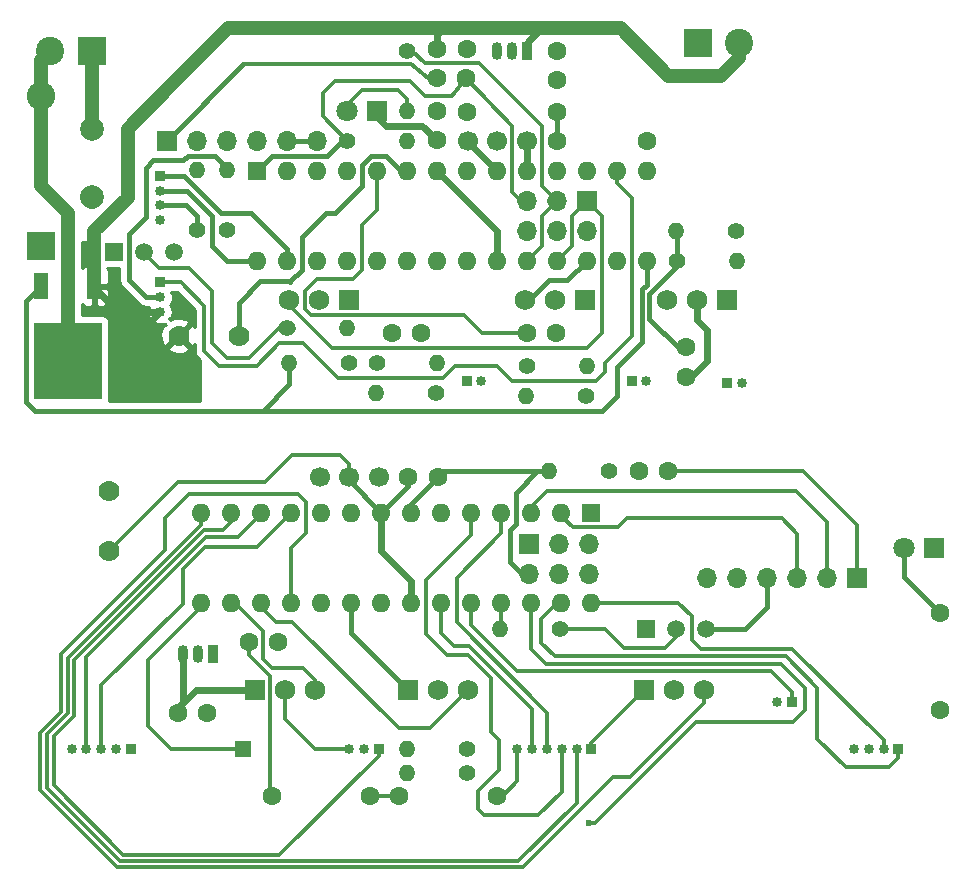
<source format=gbl>
%MOIN*%
%OFA0B0*%
%FSLAX46Y46*%
%IPPOS*%
%LPD*%
%ADD10C,0.0039370078740157488*%
%ADD11R,0.062992125984251982X0.062992125984251982*%
%ADD12O,0.062992125984251982X0.062992125984251982*%
%ADD13R,0.094488188976377951X0.094488188976377951*%
%ADD14C,0.094488188976377951*%
%ADD15C,0.066929133858267723*%
%ADD16O,0.094488188976377951X0.094488188976377951*%
%ADD17C,0.068897637795275593*%
%ADD18R,0.068897637795275593X0.068897637795275593*%
%ADD19C,0.07*%
%ADD20C,0.055118110236220472*%
%ADD21O,0.055118110236220472X0.055118110236220472*%
%ADD22C,0.062992125984251982*%
%ADD23R,0.070866141732283464X0.070866141732283464*%
%ADD24C,0.070866141732283464*%
%ADD25R,0.033464566929133861X0.033464566929133861*%
%ADD26C,0.033464566929133861*%
%ADD27O,0.035433070866141732X0.059055118110236227*%
%ADD28R,0.035433070866141732X0.059055118110236227*%
%ADD29R,0.066929133858267723X0.066929133858267723*%
%ADD30O,0.066929133858267723X0.066929133858267723*%
%ADD31C,0.07874015748031496*%
%ADD32R,0.047244094488188976X0.086614173228346469*%
%ADD33R,0.2283464566929134X0.25196850393700793*%
%ADD34R,0.10826771653543307X0.12007874015748031*%
%ADD35C,0.059842519685039376*%
%ADD36R,0.059842519685039376X0.059842519685039376*%
%ADD37C,0.012000000000000002*%
%ADD38C,0.016*%
%ADD39C,0.024000000000000004*%
%ADD40C,0.047244094488188976*%
%ADD41C,0.08*%
%ADD42C,0.01*%
%ADD53C,0.0039370078740157488*%
%ADD54R,0.066929133858267723X0.066929133858267723*%
%ADD55O,0.066929133858267723X0.066929133858267723*%
%ADD56C,0.055118110236220472*%
%ADD57O,0.055118110236220472X0.055118110236220472*%
%ADD58C,0.068897637795275593*%
%ADD59R,0.068897637795275593X0.068897637795275593*%
%ADD60C,0.07*%
%ADD61R,0.062992125984251982X0.062992125984251982*%
%ADD62O,0.062992125984251982X0.062992125984251982*%
%ADD63C,0.062992125984251982*%
%ADD64C,0.066929133858267723*%
%ADD65R,0.070866141732283464X0.070866141732283464*%
%ADD66C,0.070866141732283464*%
%ADD67R,0.033464566929133861X0.033464566929133861*%
%ADD68C,0.033464566929133861*%
%ADD69O,0.035433070866141732X0.059055118110236227*%
%ADD70R,0.035433070866141732X0.059055118110236227*%
%ADD71R,0.053149606299212608X0.053149606299212608*%
%ADD72C,0.059842519685039376*%
%ADD73R,0.059842519685039376X0.059842519685039376*%
%ADD74C,0.023622047244094488*%
%ADD75C,0.012000000000000002*%
%ADD76C,0.024000000000000004*%
%ADD77C,0.016*%
%LPD*%
G01*
D10*
D11*
X-0001456614Y0006274212D02*
X0000813385Y0002399212D03*
D12*
X0002113385Y0002099212D03*
X0000913385Y0002399212D03*
X0002013385Y0002099212D03*
X0001013385Y0002399212D03*
X0001913385Y0002099212D03*
X0001113385Y0002399212D03*
X0001813385Y0002099212D03*
X0001213385Y0002399212D03*
X0001713385Y0002099212D03*
X0001313385Y0002399212D03*
X0001613385Y0002099212D03*
X0001413385Y0002399212D03*
X0001513385Y0002099212D03*
X0001513385Y0002399212D03*
X0001413385Y0002099212D03*
X0001613385Y0002399212D03*
X0001313385Y0002099212D03*
X0001713385Y0002399212D03*
X0001213385Y0002099212D03*
X0001813385Y0002399212D03*
X0001113385Y0002099212D03*
X0001913385Y0002399212D03*
X0001013385Y0002099212D03*
X0002013385Y0002399212D03*
X0000913385Y0002099212D03*
X0002113385Y0002399212D03*
X0000813385Y0002099212D03*
D13*
X0002283464Y0002824212D03*
D14*
X0002421259Y0002824212D03*
D13*
X0000263385Y0002799212D03*
D14*
X0000125590Y0002799212D03*
D15*
X0001713385Y0002499212D03*
X0001614960Y0002499212D03*
X0001516535Y0002499212D03*
D13*
X0000093385Y0002149212D03*
D16*
X0000093385Y0002649212D03*
D17*
X0002181889Y0001968504D03*
X0002281889Y0001968504D03*
D18*
X0002381889Y0001968504D03*
D19*
X0000553385Y0001849212D03*
X0000753385Y0001849212D03*
D20*
X0002214960Y0002099212D03*
D21*
X0002414960Y0002099212D03*
D20*
X0001714960Y0001749212D03*
D21*
X0001914960Y0001749212D03*
D20*
X0002411810Y0002199212D03*
D21*
X0002211810Y0002199212D03*
D20*
X0001911810Y0001649212D03*
D21*
X0001711810Y0001649212D03*
D22*
X0001813385Y0002799212D03*
X0001813385Y0002700787D03*
X0001513385Y0002804212D03*
X0001414960Y0002804212D03*
X0001713385Y0001859212D03*
X0001811810Y0001859212D03*
X0002244094Y0001811023D03*
X0002244094Y0001712598D03*
D23*
X0001213385Y0002599212D03*
D24*
X0001113385Y0002599212D03*
D25*
X0002381889Y0001692913D03*
D26*
X0002431102Y0001692913D03*
D27*
X0001663385Y0002799212D03*
X0001613385Y0002799212D03*
D28*
X0001713385Y0002799212D03*
D25*
X0000492125Y0002381889D03*
D26*
X0000492125Y0002332677D03*
X0000492125Y0002283464D03*
X0000492125Y0002234252D03*
D22*
X0001413385Y0002599212D03*
X0001413385Y0002500787D03*
X0001413385Y0002709212D03*
X0001511810Y0002709212D03*
D20*
X0001114960Y0002499212D03*
D21*
X0001314960Y0002499212D03*
D22*
X0001263385Y0001859212D03*
X0001361810Y0001859212D03*
D20*
X0001411810Y0001659212D03*
D21*
X0001211810Y0001659212D03*
D20*
X0001214960Y0001759212D03*
D21*
X0001414960Y0001759212D03*
D17*
X0001709448Y0001968504D03*
X0001809448Y0001968504D03*
D18*
X0001909448Y0001968504D03*
D17*
X0000922047Y0001968504D03*
X0001022047Y0001968504D03*
D18*
X0001122047Y0001968504D03*
D20*
X0000613385Y0002200787D03*
D21*
X0000613385Y0002400787D03*
D20*
X0000713385Y0002200787D03*
D21*
X0000713385Y0002400787D03*
D29*
X0000513385Y0002499212D03*
D30*
X0000613385Y0002499212D03*
X0000713385Y0002499212D03*
X0000813385Y0002499212D03*
X0000913385Y0002499212D03*
X0001013385Y0002499212D03*
D31*
X0000263385Y0002310039D03*
X0000263385Y0002538386D03*
D25*
X0000492125Y0002027559D03*
D26*
X0000492125Y0001978346D03*
X0000492125Y0001929134D03*
D25*
X0001513385Y0001699212D03*
D26*
X0001562598Y0001699212D03*
D25*
X0002063385Y0001699212D03*
D26*
X0002112598Y0001699212D03*
D20*
X0001313385Y0002797637D03*
D21*
X0001313385Y0002597637D03*
D22*
X0001813385Y0002594212D03*
X0001513385Y0002594212D03*
X0001813385Y0002499212D03*
X0002113385Y0002499212D03*
D20*
X0001121810Y0001759212D03*
D21*
X0000921810Y0001759212D03*
D20*
X0000914960Y0001874212D03*
D21*
X0001114960Y0001874212D03*
D32*
X0000093621Y0002014567D03*
X0000273149Y0002014567D03*
D33*
X0000183385Y0001766535D03*
D34*
X0000243425Y0001700590D03*
X0000123346Y0001832480D03*
X0000123346Y0001700590D03*
X0000243425Y0001832480D03*
D35*
X0000438385Y0002129212D03*
X0000538385Y0002129212D03*
D36*
X0000338385Y0002129212D03*
D29*
X0001913385Y0002299212D03*
D30*
X0001913385Y0002199212D03*
X0001813385Y0002299212D03*
X0001813385Y0002199212D03*
X0001713385Y0002299212D03*
X0001713385Y0002199212D03*
D37*
X0001713385Y0002299212D02*
X0001693385Y0002299212D01*
X0001693385Y0002299212D02*
X0001663385Y0002329212D01*
X0001663385Y0002329212D02*
X0001663385Y0002547637D01*
X0001663385Y0002547637D02*
X0001511810Y0002709212D01*
X0001123385Y0002699212D02*
X0001073385Y0002699212D01*
X0001323385Y0002699212D02*
X0001123385Y0002699212D01*
X0001373385Y0002649212D02*
X0001323385Y0002699212D01*
X0001463385Y0002649212D02*
X0001373385Y0002649212D01*
X0001511810Y0002707637D02*
X0001463385Y0002649212D01*
X0001033385Y0002580787D02*
X0001114960Y0002499212D01*
X0001033385Y0002659212D02*
X0001033385Y0002580787D01*
X0001073385Y0002699212D02*
X0001033385Y0002659212D01*
X0001511810Y0002709212D02*
X0001511810Y0002707637D01*
D38*
X0001114960Y0002499212D02*
X0001098385Y0002499212D01*
X0001098385Y0002499212D02*
X0001048385Y0002449212D01*
X0000863385Y0002449212D02*
X0000813385Y0002399212D01*
X0001048385Y0002449212D02*
X0000863385Y0002449212D01*
X0001513385Y0002714212D02*
X0001513385Y0002719212D01*
X0001013385Y0002499212D02*
X0000913385Y0002499212D01*
D39*
X0002244094Y0001712598D02*
X0002261771Y0001712598D01*
X0002261771Y0001712598D02*
X0002313385Y0001764212D01*
X0002281889Y0001900708D02*
X0002281889Y0001968504D01*
X0002313385Y0001869212D02*
X0002281889Y0001900708D01*
X0002313385Y0001764212D02*
X0002313385Y0001869212D01*
X0001463385Y0002874015D02*
X0001438188Y0002874015D01*
X0001414960Y0002850787D02*
X0001414960Y0002804212D01*
X0001438188Y0002874015D02*
X0001414960Y0002850787D01*
X0001713385Y0002799212D02*
X0001713385Y0002824212D01*
X0001713385Y0002824212D02*
X0001763188Y0002874015D01*
D40*
X0002421259Y0002824212D02*
X0002421259Y0002775590D01*
X0002027558Y0002874015D02*
X0001763188Y0002874015D01*
X0001763188Y0002874015D02*
X0001463385Y0002874015D01*
X0002185039Y0002716535D02*
X0002027558Y0002874015D01*
X0002362204Y0002716535D02*
X0002185039Y0002716535D01*
X0002421259Y0002775590D02*
X0002362204Y0002716535D01*
D39*
X0000273149Y0002014567D02*
X0000273149Y0002009449D01*
X0000273149Y0002009449D02*
X0000353464Y0001929134D01*
X0000353464Y0001929134D02*
X0000492125Y0001929134D01*
D40*
X0000273149Y0002014567D02*
X0000273149Y0002198976D01*
X0000273149Y0002198976D02*
X0000383385Y0002309212D01*
X0000383385Y0002309212D02*
X0000383385Y0002539212D01*
D39*
X0001213385Y0002599212D02*
X0001213385Y0002579212D01*
X0001213385Y0002579212D02*
X0001243385Y0002549212D01*
X0001364960Y0002549212D02*
X0001413385Y0002500787D01*
X0001243385Y0002549212D02*
X0001364960Y0002549212D01*
X0001414960Y0002499212D02*
X0001413385Y0002500787D01*
D40*
X0000718188Y0002874015D02*
X0000518385Y0002674212D01*
X0001463385Y0002874015D02*
X0000718188Y0002874015D01*
X0000383385Y0002539212D02*
X0000518385Y0002674212D01*
D38*
X0001308385Y0002094212D02*
X0001313385Y0002099212D01*
X0002214960Y0002099212D02*
X0002214960Y0002196063D01*
X0002214960Y0002196063D02*
X0002211810Y0002199212D01*
X0002244094Y0001811023D02*
X0002216574Y0001811023D01*
X0002216574Y0001811023D02*
X0002122259Y0001905338D01*
X0002122259Y0001905338D02*
X0002122259Y0001988086D01*
X0002122259Y0001988086D02*
X0002214960Y0002080787D01*
X0002214960Y0002080787D02*
X0002214960Y0002099212D01*
X0001813385Y0002499212D02*
X0001813385Y0002549212D01*
X0001813385Y0002549212D02*
X0001813385Y0002594212D01*
X0000492125Y0002381889D02*
X0000570708Y0002381889D01*
X0000913385Y0002139212D02*
X0000913385Y0002099212D01*
X0000793385Y0002259212D02*
X0000913385Y0002139212D01*
X0000693385Y0002259212D02*
X0000793385Y0002259212D01*
X0000570708Y0002381889D02*
X0000693385Y0002259212D01*
X0000492125Y0002332677D02*
X0000579921Y0002332677D01*
X0000713385Y0002099212D02*
X0000813385Y0002099212D01*
X0000663385Y0002149212D02*
X0000713385Y0002099212D01*
X0000663385Y0002249212D02*
X0000663385Y0002149212D01*
X0000579921Y0002332677D02*
X0000663385Y0002249212D01*
X0000921810Y0001759212D02*
X0000921810Y0001687637D01*
X0000921810Y0001687637D02*
X0000833385Y0001599212D01*
X0000438385Y0001599212D02*
X0000073385Y0001599212D01*
X0001053385Y0001599212D02*
X0000833385Y0001599212D01*
X0000833385Y0001599212D02*
X0000438385Y0001599212D01*
X0000043385Y0001964330D02*
X0000093621Y0002014567D01*
X0000043385Y0001629212D02*
X0000043385Y0001964330D01*
X0000073385Y0001599212D02*
X0000043385Y0001629212D01*
X0002113385Y0002049212D02*
X0002113385Y0002019212D01*
X0002113385Y0002049212D02*
X0002113385Y0002099212D01*
X0002098385Y0001829212D02*
X0002013385Y0001744212D01*
X0002098385Y0002004212D02*
X0002098385Y0001829212D01*
X0002113385Y0002019212D02*
X0002098385Y0002004212D01*
X0002013385Y0001744212D02*
X0002013385Y0001649212D01*
X0001963385Y0001599212D02*
X0002013385Y0001649212D01*
X0001053385Y0001599212D02*
X0001963385Y0001599212D01*
D37*
X0000963385Y0001824212D02*
X0000968385Y0001824212D01*
X0000560039Y0002027559D02*
X0000638385Y0001949212D01*
X0000638385Y0001949212D02*
X0000638385Y0001799212D01*
X0000638385Y0001799212D02*
X0000688385Y0001749212D01*
X0000688385Y0001749212D02*
X0000813385Y0001749212D01*
X0000813385Y0001749212D02*
X0000888385Y0001824212D01*
X0000888385Y0001824212D02*
X0000963385Y0001824212D01*
X0000492125Y0002027559D02*
X0000560039Y0002027559D01*
X0002013385Y0002359212D02*
X0002013385Y0002399212D01*
X0002063385Y0002309212D02*
X0002013385Y0002359212D01*
X0002063385Y0002149212D02*
X0002063385Y0002309212D01*
X0002063385Y0001849212D02*
X0002063385Y0002149212D01*
X0001973385Y0001759212D02*
X0002063385Y0001849212D01*
X0001973385Y0001729212D02*
X0001973385Y0001759212D01*
X0001943385Y0001699212D02*
X0001973385Y0001729212D01*
X0001663385Y0001699212D02*
X0001943385Y0001699212D01*
X0001613385Y0001749212D02*
X0001663385Y0001699212D01*
X0001473385Y0001749212D02*
X0001613385Y0001749212D01*
X0001433385Y0001709212D02*
X0001473385Y0001749212D01*
X0001083385Y0001709212D02*
X0001433385Y0001709212D01*
X0000968385Y0001824212D02*
X0001083385Y0001709212D01*
D38*
X0000613385Y0002400787D02*
X0000613385Y0002389212D01*
X0000925885Y0002031712D02*
X0000825885Y0002031712D01*
X0000753385Y0001959212D02*
X0000753385Y0001849212D01*
X0000825885Y0002031712D02*
X0000753385Y0001959212D01*
X0001073385Y0002259212D02*
X0001163385Y0002349212D01*
X0001163385Y0002349212D02*
X0001163385Y0002419212D01*
X0001163385Y0002419212D02*
X0001193385Y0002449212D01*
X0001193385Y0002449212D02*
X0001243385Y0002449212D01*
X0001293385Y0002399212D02*
X0001243385Y0002449212D01*
X0000963385Y0002069212D02*
X0000925885Y0002031712D01*
X0000925885Y0002031712D02*
X0000923385Y0002029212D01*
X0000963385Y0002179212D02*
X0000963385Y0002069212D01*
X0001043385Y0002259212D02*
X0000963385Y0002179212D01*
X0001043385Y0002259212D02*
X0001073385Y0002259212D01*
X0001293385Y0002399212D02*
X0001313385Y0002399212D01*
X0001313385Y0002399212D02*
X0001313385Y0002394212D01*
D37*
X0001443385Y0001919212D02*
X0001503385Y0001919212D01*
X0001443385Y0001919212D02*
X0000993385Y0001919212D01*
X0000993385Y0001919212D02*
X0000973385Y0001939212D01*
X0000973385Y0001939212D02*
X0000973385Y0001999212D01*
X0000973385Y0001999212D02*
X0001013385Y0002039212D01*
X0001013385Y0002039212D02*
X0001133385Y0002039212D01*
X0001133385Y0002039212D02*
X0001163385Y0002069212D01*
X0001163385Y0002069212D02*
X0001163385Y0002219212D01*
X0001163385Y0002219212D02*
X0001213385Y0002269212D01*
X0001213385Y0002399212D02*
X0001213385Y0002269212D01*
X0001563385Y0001859212D02*
X0001713385Y0001859212D01*
X0001503385Y0001919212D02*
X0001563385Y0001859212D01*
D38*
X0001113385Y0002399212D02*
X0001113385Y0002414212D01*
D37*
X0001313385Y0002797637D02*
X0001332460Y0002797637D01*
X0001332460Y0002797637D02*
X0001373385Y0002756712D01*
X0001763385Y0002349212D02*
X0001763385Y0002549212D01*
X0001763385Y0002549212D02*
X0001663385Y0002649212D01*
X0001813385Y0002299212D02*
X0001763385Y0002349212D01*
X0001563385Y0002749212D02*
X0001663385Y0002649212D01*
X0001555885Y0002756712D02*
X0001563385Y0002749212D01*
X0001373385Y0002756712D02*
X0001555885Y0002756712D01*
X0001313385Y0002797637D02*
X0001334960Y0002797637D01*
X0001813385Y0002299212D02*
X0001763385Y0002249212D01*
X0001763385Y0002149212D02*
X0001713385Y0002099212D01*
X0001763385Y0002249212D02*
X0001763385Y0002149212D01*
X0000922047Y0001968504D02*
X0000922047Y0001950551D01*
X0000922047Y0001950551D02*
X0001063385Y0001809212D01*
X0001963385Y0002249212D02*
X0001913385Y0002299212D01*
X0001963385Y0001859212D02*
X0001963385Y0002249212D01*
X0001913385Y0001809212D02*
X0001963385Y0001859212D01*
X0001063385Y0001809212D02*
X0001913385Y0001809212D01*
X0001913385Y0002299212D02*
X0001863385Y0002249212D01*
X0001863385Y0002149212D02*
X0001813385Y0002099212D01*
X0001863385Y0002249212D02*
X0001863385Y0002149212D01*
D38*
X0000922047Y0001968504D02*
X0000927677Y0001968504D01*
D39*
X0001613385Y0002099212D02*
X0001613385Y0002199212D01*
X0001613385Y0002199212D02*
X0001413385Y0002399212D01*
D37*
X0001113385Y0002599212D02*
X0001113385Y0002619212D01*
X0001113385Y0002619212D02*
X0001163385Y0002669212D01*
X0001163385Y0002669212D02*
X0001283385Y0002669212D01*
X0001283385Y0002669212D02*
X0001313385Y0002639212D01*
X0001313385Y0002639212D02*
X0001313385Y0002597637D01*
X0001314960Y0002600787D02*
X0001313385Y0002600787D01*
D39*
X0001516535Y0002499212D02*
X0001516535Y0002496063D01*
X0001516535Y0002496063D02*
X0001613385Y0002399212D01*
X0001713385Y0002399212D02*
X0001713385Y0002499212D01*
D38*
X0001722677Y0001968504D02*
X0001788385Y0002034212D01*
X0001788385Y0002034212D02*
X0001848385Y0002034212D01*
X0001913385Y0002099212D02*
X0001848385Y0002034212D01*
X0001709448Y0001968504D02*
X0001722677Y0001968504D01*
X0001709448Y0001968504D02*
X0001709448Y0001948149D01*
D37*
X0001413385Y0002709212D02*
X0001383385Y0002709212D01*
X0001383385Y0002709212D02*
X0001328385Y0002754212D01*
X0001328385Y0002754212D02*
X0000768385Y0002754212D01*
X0001414960Y0002707637D02*
X0001414960Y0002714212D01*
D38*
X0000768385Y0002754212D02*
X0000513385Y0002499212D01*
X0000713385Y0002400787D02*
X0000713385Y0002409212D01*
X0000713385Y0002409212D02*
X0000673385Y0002449212D01*
X0000673385Y0002449212D02*
X0000583385Y0002449212D01*
X0000583385Y0002449212D02*
X0000568385Y0002434212D01*
X0000568385Y0002434212D02*
X0000468385Y0002434212D01*
X0000468385Y0002434212D02*
X0000443385Y0002409212D01*
X0000443385Y0002409212D02*
X0000443385Y0002244212D01*
X0000443385Y0002244212D02*
X0000428385Y0002229212D01*
X0000444251Y0001978346D02*
X0000492125Y0001978346D01*
X0000388385Y0002034212D02*
X0000444251Y0001978346D01*
X0000388385Y0002189212D02*
X0000388385Y0002034212D01*
X0000428385Y0002229212D02*
X0000388385Y0002189212D01*
D40*
X0000263385Y0002538386D02*
X0000263385Y0002799212D01*
D41*
X0000263385Y0002310039D02*
X0000264212Y0002310039D01*
X0002283464Y0002824212D02*
X0002283464Y0002829134D01*
D37*
X0000438385Y0002129212D02*
X0000438385Y0002124212D01*
X0000438385Y0002124212D02*
X0000488385Y0002074212D01*
X0000788385Y0001774212D02*
X0000888385Y0001874212D01*
X0000713385Y0001774212D02*
X0000788385Y0001774212D01*
X0000663385Y0001824212D02*
X0000713385Y0001774212D01*
X0000663385Y0001999212D02*
X0000663385Y0001824212D01*
X0000588385Y0002074212D02*
X0000663385Y0001999212D01*
X0000488385Y0002074212D02*
X0000588385Y0002074212D01*
X0000888385Y0001874212D02*
X0000914960Y0001874212D01*
D38*
X0000438385Y0002129212D02*
X0000443385Y0002129212D01*
X0000928385Y0001875787D02*
X0000928385Y0001884212D01*
X0000928385Y0001875787D02*
X0000934960Y0001875787D01*
X0000492125Y0002283464D02*
X0000579133Y0002283464D01*
X0000613385Y0002249212D02*
X0000613385Y0002200787D01*
X0000579133Y0002283464D02*
X0000613385Y0002249212D01*
D40*
X0000093385Y0002649212D02*
X0000093385Y0002767008D01*
X0000183385Y0001766535D02*
X0000183385Y0002259212D01*
X0000093385Y0002349212D02*
X0000093385Y0002649212D01*
X0000183385Y0002259212D02*
X0000093385Y0002349212D01*
D42*
G36*
X0000282974Y0002159134D02*
X0000282974Y0002099291D01*
X0000284717Y0002090027D01*
X0000289320Y0002082874D01*
X0000284399Y0002082874D01*
X0000278149Y0002076624D01*
X0000278149Y0002019567D01*
X0000315521Y0002019567D01*
X0000321771Y0002025817D01*
X0000321771Y0002062847D01*
X0000317965Y0002072035D01*
X0000316199Y0002073801D01*
X0000355385Y0002073801D01*
X0000355385Y0002034212D01*
X0000357897Y0002021584D01*
X0000365051Y0002010878D01*
X0000420917Y0001955012D01*
X0000431623Y0001947858D01*
X0000444251Y0001945346D01*
X0000453513Y0001945346D01*
X0000449871Y0001934136D01*
X0000451173Y0001917585D01*
X0000455001Y0001908342D01*
X0000463167Y0001907246D01*
X0000485054Y0001929134D01*
X0000484498Y0001929690D01*
X0000491422Y0001936614D01*
X0000491716Y0001936614D01*
X0000492125Y0001936205D01*
X0000492534Y0001936613D01*
X0000492830Y0001936613D01*
X0000499753Y0001929690D01*
X0000499196Y0001929134D01*
X0000499753Y0001928577D01*
X0000492682Y0001921506D01*
X0000492125Y0001922062D01*
X0000470238Y0001900175D01*
X0000471334Y0001892010D01*
X0000487123Y0001886879D01*
X0000503674Y0001888181D01*
X0000507606Y0001889809D01*
X0000506661Y0001888865D01*
X0000511173Y0001884354D01*
X0000501120Y0001881005D01*
X0000492932Y0001858584D01*
X0000493947Y0001834736D01*
X0000501120Y0001817420D01*
X0000511173Y0001814071D01*
X0000546314Y0001849212D01*
X0000545757Y0001849769D01*
X0000552828Y0001856840D01*
X0000553385Y0001856283D01*
X0000588527Y0001891425D01*
X0000585178Y0001901478D01*
X0000562757Y0001909666D01*
X0000538909Y0001908650D01*
X0000525312Y0001903018D01*
X0000521084Y0001907246D01*
X0000529249Y0001908342D01*
X0000534380Y0001924131D01*
X0000533078Y0001940682D01*
X0000529249Y0001949925D01*
X0000523498Y0001950697D01*
X0000527484Y0001954676D01*
X0000533850Y0001970009D01*
X0000533865Y0001986611D01*
X0000529755Y0001996559D01*
X0000547198Y0001996559D01*
X0000607385Y0001936372D01*
X0000607385Y0001876817D01*
X0000605651Y0001881005D01*
X0000595598Y0001884354D01*
X0000560456Y0001849212D01*
X0000595598Y0001814071D01*
X0000605651Y0001817420D01*
X0000607385Y0001822170D01*
X0000607385Y0001799212D01*
X0000609745Y0001787349D01*
X0000616465Y0001777292D01*
X0000624921Y0001768836D01*
X0000624921Y0001632212D01*
X0000321360Y0001632212D01*
X0000323048Y0001640551D01*
X0000323048Y0001807000D01*
X0000518244Y0001807000D01*
X0000521593Y0001796947D01*
X0000544014Y0001788759D01*
X0000567862Y0001789774D01*
X0000585178Y0001796947D01*
X0000588527Y0001807000D01*
X0000553385Y0001842141D01*
X0000518244Y0001807000D01*
X0000323048Y0001807000D01*
X0000323048Y0001892519D01*
X0000321305Y0001901784D01*
X0000315830Y0001910293D01*
X0000307475Y0001916001D01*
X0000297558Y0001918009D01*
X0000232007Y0001918009D01*
X0000232007Y0001953424D01*
X0000235366Y0001950066D01*
X0000244554Y0001946260D01*
X0000261899Y0001946260D01*
X0000268149Y0001952510D01*
X0000268149Y0002009567D01*
X0000278149Y0002009567D01*
X0000278149Y0001952510D01*
X0000284399Y0001946260D01*
X0000301744Y0001946260D01*
X0000310932Y0001950066D01*
X0000317965Y0001957098D01*
X0000321771Y0001966287D01*
X0000321771Y0002003317D01*
X0000315521Y0002009567D01*
X0000278149Y0002009567D01*
X0000268149Y0002009567D01*
X0000267362Y0002009567D01*
X0000267362Y0002019567D01*
X0000268149Y0002019567D01*
X0000268149Y0002076624D01*
X0000261899Y0002082874D01*
X0000244554Y0002082874D01*
X0000235366Y0002079068D01*
X0000232007Y0002075709D01*
X0000232007Y0002160354D01*
X0000283221Y0002160354D01*
X0000282974Y0002159134D01*
X0000282974Y0002159134D01*
G37*
X0000282974Y0002159134D02*
X0000282974Y0002099291D01*
X0000284717Y0002090027D01*
X0000289320Y0002082874D01*
X0000284399Y0002082874D01*
X0000278149Y0002076624D01*
X0000278149Y0002019567D01*
X0000315521Y0002019567D01*
X0000321771Y0002025817D01*
X0000321771Y0002062847D01*
X0000317965Y0002072035D01*
X0000316199Y0002073801D01*
X0000355385Y0002073801D01*
X0000355385Y0002034212D01*
X0000357897Y0002021584D01*
X0000365051Y0002010878D01*
X0000420917Y0001955012D01*
X0000431623Y0001947858D01*
X0000444251Y0001945346D01*
X0000453513Y0001945346D01*
X0000449871Y0001934136D01*
X0000451173Y0001917585D01*
X0000455001Y0001908342D01*
X0000463167Y0001907246D01*
X0000485054Y0001929134D01*
X0000484498Y0001929690D01*
X0000491422Y0001936614D01*
X0000491716Y0001936614D01*
X0000492125Y0001936205D01*
X0000492534Y0001936613D01*
X0000492830Y0001936613D01*
X0000499753Y0001929690D01*
X0000499196Y0001929134D01*
X0000499753Y0001928577D01*
X0000492682Y0001921506D01*
X0000492125Y0001922062D01*
X0000470238Y0001900175D01*
X0000471334Y0001892010D01*
X0000487123Y0001886879D01*
X0000503674Y0001888181D01*
X0000507606Y0001889809D01*
X0000506661Y0001888865D01*
X0000511173Y0001884354D01*
X0000501120Y0001881005D01*
X0000492932Y0001858584D01*
X0000493947Y0001834736D01*
X0000501120Y0001817420D01*
X0000511173Y0001814071D01*
X0000546314Y0001849212D01*
X0000545757Y0001849769D01*
X0000552828Y0001856840D01*
X0000553385Y0001856283D01*
X0000588527Y0001891425D01*
X0000585178Y0001901478D01*
X0000562757Y0001909666D01*
X0000538909Y0001908650D01*
X0000525312Y0001903018D01*
X0000521084Y0001907246D01*
X0000529249Y0001908342D01*
X0000534380Y0001924131D01*
X0000533078Y0001940682D01*
X0000529249Y0001949925D01*
X0000523498Y0001950697D01*
X0000527484Y0001954676D01*
X0000533850Y0001970009D01*
X0000533865Y0001986611D01*
X0000529755Y0001996559D01*
X0000547198Y0001996559D01*
X0000607385Y0001936372D01*
X0000607385Y0001876817D01*
X0000605651Y0001881005D01*
X0000595598Y0001884354D01*
X0000560456Y0001849212D01*
X0000595598Y0001814071D01*
X0000605651Y0001817420D01*
X0000607385Y0001822170D01*
X0000607385Y0001799212D01*
X0000609745Y0001787349D01*
X0000616465Y0001777292D01*
X0000624921Y0001768836D01*
X0000624921Y0001632212D01*
X0000321360Y0001632212D01*
X0000323048Y0001640551D01*
X0000323048Y0001807000D01*
X0000518244Y0001807000D01*
X0000521593Y0001796947D01*
X0000544014Y0001788759D01*
X0000567862Y0001789774D01*
X0000585178Y0001796947D01*
X0000588527Y0001807000D01*
X0000553385Y0001842141D01*
X0000518244Y0001807000D01*
X0000323048Y0001807000D01*
X0000323048Y0001892519D01*
X0000321305Y0001901784D01*
X0000315830Y0001910293D01*
X0000307475Y0001916001D01*
X0000297558Y0001918009D01*
X0000232007Y0001918009D01*
X0000232007Y0001953424D01*
X0000235366Y0001950066D01*
X0000244554Y0001946260D01*
X0000261899Y0001946260D01*
X0000268149Y0001952510D01*
X0000268149Y0002009567D01*
X0000278149Y0002009567D01*
X0000278149Y0001952510D01*
X0000284399Y0001946260D01*
X0000301744Y0001946260D01*
X0000310932Y0001950066D01*
X0000317965Y0001957098D01*
X0000321771Y0001966287D01*
X0000321771Y0002003317D01*
X0000315521Y0002009567D01*
X0000278149Y0002009567D01*
X0000268149Y0002009567D01*
X0000267362Y0002009567D01*
X0000267362Y0002019567D01*
X0000268149Y0002019567D01*
X0000268149Y0002076624D01*
X0000261899Y0002082874D01*
X0000244554Y0002082874D01*
X0000235366Y0002079068D01*
X0000232007Y0002075709D01*
X0000232007Y0002160354D01*
X0000283221Y0002160354D01*
X0000282974Y0002159134D01*
G04 next file*
%LPD*%
G04 #@! TF.FileFunction,Copper,L2,Bot,Signal*
G04 Gerber Fmt 4.6, Leading zero omitted, Abs format (unit mm)*
G04 Created by KiCad (PCBNEW 4.0.7) date 06/15/19 08:14:29*
G01*
G04 APERTURE LIST*
G04 APERTURE END LIST*
D53*
D54*
X-0005157401Y0004896259D02*
X0002814960Y0001043306D03*
D55*
X0002714960Y0001043306D03*
X0002614960Y0001043306D03*
X0002514960Y0001043306D03*
X0002414960Y0001043306D03*
X0002314960Y0001043306D03*
D56*
X0001516023Y0000471259D03*
D57*
X0001316023Y0000471259D03*
D58*
X0001007086Y0000669291D03*
X0000907086Y0000669291D03*
D59*
X0000807086Y0000669291D03*
D60*
X0000322598Y0001131259D03*
X0000322598Y0001331259D03*
D61*
X0001929133Y0001259842D03*
D62*
X0000629133Y0000959842D03*
X0001829133Y0001259842D03*
X0000729133Y0000959842D03*
X0001729133Y0001259842D03*
X0000829133Y0000959842D03*
X0001629133Y0001259842D03*
X0000929133Y0000959842D03*
X0001529133Y0001259842D03*
X0001029133Y0000959842D03*
X0001429133Y0001259842D03*
X0001129133Y0000959842D03*
X0001329133Y0001259842D03*
X0001229133Y0000959842D03*
X0001229133Y0001259842D03*
X0001329133Y0000959842D03*
X0001129133Y0001259842D03*
X0001429133Y0000959842D03*
X0001029133Y0001259842D03*
X0001529133Y0000959842D03*
X0000929133Y0001259842D03*
X0001629133Y0000959842D03*
X0000829133Y0001259842D03*
X0001729133Y0000959842D03*
X0000729133Y0001259842D03*
X0001829133Y0000959842D03*
X0000629133Y0001259842D03*
X0001929133Y0000959842D03*
D63*
X0001190944Y0000314960D03*
X0000866141Y0000314960D03*
D64*
X0001023621Y0001377952D03*
X0001122047Y0001377952D03*
X0001220472Y0001377952D03*
D63*
X0000787401Y0000826771D03*
X0000885826Y0000826771D03*
X0000551181Y0000590551D03*
X0000649606Y0000590551D03*
D65*
X0003070866Y0001141732D03*
D66*
X0002970866Y0001141732D03*
D67*
X0002598425Y0000629921D03*
D68*
X0002549212Y0000629921D03*
D69*
X0000619291Y0000787401D03*
X0000569291Y0000787401D03*
D70*
X0000669291Y0000787401D03*
D67*
X0002952755Y0000472440D03*
D68*
X0002903543Y0000472440D03*
X0002854330Y0000472440D03*
X0002805118Y0000472440D03*
D63*
X0001417322Y0001377952D03*
X0001318897Y0001377952D03*
X0001289370Y0000314960D03*
X0001614173Y0000314960D03*
X0003090551Y0000600393D03*
X0003090551Y0000925196D03*
X0002185039Y0001397637D03*
X0002086614Y0001397637D03*
D56*
X0001988188Y0001397637D03*
D57*
X0001788188Y0001397637D03*
D58*
X0001518897Y0000669291D03*
X0001418897Y0000669291D03*
D59*
X0001318897Y0000669291D03*
D58*
X0002306299Y0000669291D03*
X0002206299Y0000669291D03*
D59*
X0002106299Y0000669291D03*
D56*
X0001516023Y0000391259D03*
D57*
X0001316023Y0000391259D03*
D67*
X0001220472Y0000472440D03*
D68*
X0001171259Y0000472440D03*
X0001122047Y0000472440D03*
D71*
X0000767716Y0000472440D03*
D67*
X0000393700Y0000472440D03*
D68*
X0000344488Y0000472440D03*
X0000295275Y0000472440D03*
X0000246062Y0000472440D03*
X0000196850Y0000472440D03*
D67*
X0001929133Y0000472440D03*
D68*
X0001879921Y0000472440D03*
X0001830708Y0000472440D03*
X0001781495Y0000472440D03*
X0001732283Y0000472440D03*
X0001683070Y0000472440D03*
D72*
X0002212598Y0000871259D03*
X0002312598Y0000871259D03*
D73*
X0002112598Y0000871259D03*
D56*
X0001826023Y0000871259D03*
D57*
X0001626023Y0000871259D03*
D54*
X0001722598Y0001156259D03*
D55*
X0001722598Y0001056259D03*
X0001822598Y0001156259D03*
X0001822598Y0001056259D03*
X0001922598Y0001156259D03*
X0001922598Y0001056259D03*
D74*
X0001921259Y0000224409D03*
D75*
X0001122047Y0001377952D02*
X0001122047Y0001421810D01*
X0000552598Y0001361259D02*
X0000322598Y0001131259D01*
X0000842598Y0001361259D02*
X0000552598Y0001361259D01*
X0000932598Y0001451259D02*
X0000842598Y0001361259D01*
X0001092598Y0001451259D02*
X0000932598Y0001451259D01*
X0001122047Y0001421810D02*
X0001092598Y0001451259D01*
X0000907086Y0000669291D02*
X0000907086Y0000573228D01*
X0001007873Y0000472440D02*
X0001122047Y0000472440D01*
X0000907086Y0000573228D02*
X0001007873Y0000472440D01*
X0001614173Y0000314960D02*
X0001633858Y0000314960D01*
X0001633858Y0000314960D02*
X0001683070Y0000364173D01*
X0001683070Y0000364173D02*
X0001683070Y0000472440D01*
D76*
X0000885826Y0000826771D02*
X0000877952Y0000826771D01*
X0001229133Y0001259842D02*
X0001229133Y0001133070D01*
X0001329133Y0001033070D02*
X0001329133Y0000959842D01*
X0001229133Y0001133070D02*
X0001329133Y0001033070D01*
D77*
X0001122047Y0001377952D02*
X0001122047Y0001366929D01*
X0001122047Y0001366929D02*
X0001229133Y0001259842D01*
X0001318897Y0001377952D02*
X0001318897Y0001349606D01*
X0001318897Y0001349606D02*
X0001229133Y0001259842D01*
D75*
X0001429133Y0000959842D02*
X0001429133Y0000859724D01*
X0001732283Y0000606574D02*
X0001732283Y0000472440D01*
X0001522598Y0000816259D02*
X0001732283Y0000606574D01*
X0001472598Y0000816259D02*
X0001522598Y0000816259D01*
X0001429133Y0000859724D02*
X0001472598Y0000816259D01*
X0001529133Y0000959842D02*
X0001529133Y0000884724D01*
X0002598425Y0000660432D02*
X0002598425Y0000629921D01*
X0002527598Y0000731259D02*
X0002598425Y0000660432D01*
X0001682598Y0000731259D02*
X0002527598Y0000731259D01*
X0001529133Y0000884724D02*
X0001682598Y0000731259D01*
X0001629133Y0000959842D02*
X0001629133Y0000874369D01*
X0001629133Y0000874369D02*
X0001626023Y0000871259D01*
X0001729133Y0000959842D02*
X0001729133Y0000804598D01*
X0001940747Y0000224409D02*
X0001921259Y0000224409D01*
X0002277598Y0000561259D02*
X0001940747Y0000224409D01*
X0002602598Y0000561259D02*
X0002277598Y0000561259D01*
X0002642598Y0000601259D02*
X0002602598Y0000561259D01*
X0002642598Y0000676259D02*
X0002642598Y0000601259D01*
X0002562598Y0000756259D02*
X0002642598Y0000676259D01*
X0001777472Y0000756259D02*
X0002562598Y0000756259D01*
X0001729133Y0000804598D02*
X0001777472Y0000756259D01*
X0001190944Y0000314960D02*
X0001289370Y0000314960D01*
X0001829133Y0000959842D02*
X0001816181Y0000959842D01*
X0001816181Y0000959842D02*
X0001762598Y0000906259D01*
X0002952755Y0000441417D02*
X0002952755Y0000472440D01*
X0002922598Y0000411259D02*
X0002952755Y0000441417D01*
X0002777598Y0000411259D02*
X0002922598Y0000411259D01*
X0002682598Y0000506259D02*
X0002777598Y0000411259D01*
X0002682598Y0000676259D02*
X0002682598Y0000506259D01*
X0002577598Y0000781259D02*
X0002682598Y0000676259D01*
X0001807598Y0000781259D02*
X0002577598Y0000781259D01*
X0001762598Y0000826259D02*
X0001807598Y0000781259D01*
X0001762598Y0000906259D02*
X0001762598Y0000826259D01*
X0002597598Y0000806259D02*
X0002294133Y0000806259D01*
X0002597598Y0000806259D02*
X0002903543Y0000500314D01*
X0002903543Y0000472440D02*
X0002903543Y0000500314D01*
X0002219291Y0000959842D02*
X0001929133Y0000959842D01*
X0002263779Y0000915354D02*
X0002219291Y0000959842D01*
X0002263779Y0000836614D02*
X0002263779Y0000915354D01*
X0002294133Y0000806259D02*
X0002263779Y0000836614D01*
X0000629133Y0000959842D02*
X0000629133Y0000944094D01*
X0000629133Y0000944094D02*
X0000452755Y0000767716D01*
X0000452755Y0000767716D02*
X0000452755Y0000547243D01*
X0000452755Y0000547243D02*
X0000527558Y0000472440D01*
X0000527558Y0000472440D02*
X0000767716Y0000472440D01*
X0000629133Y0001259842D02*
X0000629133Y0001219684D01*
X0001879921Y0000293306D02*
X0001879921Y0000472440D01*
X0001684850Y0000098236D02*
X0001879921Y0000293306D01*
X0000358456Y0000098236D02*
X0001684850Y0000098236D01*
X0000114173Y0000342519D02*
X0000358456Y0000098236D01*
X0000114173Y0000520232D02*
X0000114173Y0000342519D01*
X0000184850Y0000590909D02*
X0000114173Y0000520232D01*
X0000184850Y0000775401D02*
X0000184850Y0000590909D01*
X0000629133Y0001219684D02*
X0000184850Y0000775401D01*
X0000369763Y0000118425D02*
X0000889763Y0000118425D01*
X0001220472Y0000449133D02*
X0001220472Y0000472440D01*
X0000889763Y0000118425D02*
X0001220472Y0000449133D01*
X0000669291Y0001200787D02*
X0000702125Y0001200787D01*
X0000370078Y0000118110D02*
X0000369763Y0000118425D01*
X0000369763Y0000118425D02*
X0000137795Y0000350393D01*
X0000137795Y0000515747D02*
X0000137795Y0000350393D01*
X0000204724Y0000582677D02*
X0000137795Y0000515747D01*
X0000204724Y0000744094D02*
X0000204724Y0000582677D01*
X0000204724Y0000767169D02*
X0000204724Y0000744094D01*
X0000669291Y0001200787D02*
X0000638342Y0001200787D01*
X0000638342Y0001200787D02*
X0000204724Y0000767169D01*
X0000729133Y0001227795D02*
X0000729133Y0001259842D01*
X0000702125Y0001200787D02*
X0000729133Y0001227795D01*
X0000729133Y0001259842D02*
X0000728346Y0001259842D01*
X0000829133Y0001259842D02*
X0000829133Y0001254330D01*
X0000829133Y0001254330D02*
X0000751968Y0001177165D01*
X0000751968Y0001177165D02*
X0000645669Y0001177165D01*
X0000645669Y0001177165D02*
X0000246062Y0000777558D01*
X0000246062Y0000777558D02*
X0000246062Y0000600393D01*
X0000246062Y0000472440D02*
X0000246062Y0000600393D01*
X0000929133Y0001259842D02*
X0000814960Y0001145669D01*
X0000295275Y0000685039D02*
X0000295275Y0000472440D01*
X0000566929Y0000956692D02*
X0000295275Y0000685039D01*
X0000566929Y0001070318D02*
X0000566929Y0000956692D01*
X0000642279Y0001145669D02*
X0000566929Y0001070318D01*
X0000814960Y0001145669D02*
X0000642279Y0001145669D01*
X0001594488Y0000651259D02*
X0001594488Y0000529369D01*
X0001830708Y0000329369D02*
X0001830708Y0000472440D01*
X0001752598Y0000251259D02*
X0001830708Y0000329369D01*
X0001572598Y0000251259D02*
X0001752598Y0000251259D01*
X0001552598Y0000271259D02*
X0001572598Y0000251259D01*
X0001552598Y0000331259D02*
X0001552598Y0000271259D01*
X0001622598Y0000401259D02*
X0001552598Y0000331259D01*
X0001622598Y0000501259D02*
X0001622598Y0000401259D01*
X0001594488Y0000529369D02*
X0001622598Y0000501259D01*
X0001503936Y0000783464D02*
X0001519684Y0000783464D01*
X0001594488Y0000708661D02*
X0001594488Y0000651259D01*
X0001594488Y0000651259D02*
X0001594488Y0000649606D01*
X0001519684Y0000783464D02*
X0001594488Y0000708661D01*
X0001377952Y0000909448D02*
X0001377952Y0000854330D01*
X0001448818Y0000783464D02*
X0001503936Y0000783464D01*
X0001377952Y0000854330D02*
X0001448818Y0000783464D01*
X0001377952Y0000909448D02*
X0001377952Y0001035432D01*
X0001377952Y0001035432D02*
X0001529133Y0001186614D01*
X0001529133Y0001259842D02*
X0001529133Y0001186614D01*
D77*
X0001529133Y0001259842D02*
X0001529133Y0001246456D01*
D75*
X0001480314Y0001043306D02*
X0001480314Y0000893543D01*
X0001629133Y0001192125D02*
X0001480314Y0001043306D01*
X0001629133Y0001259842D02*
X0001629133Y0001192125D01*
X0001781495Y0000592362D02*
X0001781495Y0000472440D01*
X0001480314Y0000893543D02*
X0001781495Y0000592362D01*
X0000929133Y0000959842D02*
X0000929133Y0001142795D01*
X0000507598Y0001241259D02*
X0000507598Y0001133582D01*
X0000587598Y0001321259D02*
X0000507598Y0001241259D01*
X0000952598Y0001321259D02*
X0000587598Y0001321259D01*
X0000977598Y0001296259D02*
X0000952598Y0001321259D01*
X0000977598Y0001191259D02*
X0000977598Y0001296259D01*
X0000929133Y0001142795D02*
X0000977598Y0001191259D01*
X0002306299Y0000669291D02*
X0002306299Y0000625196D01*
X0000161690Y0000787675D02*
X0000507598Y0001133582D01*
X0000161417Y0000595582D02*
X0000161690Y0000787675D01*
X0000090551Y0000524716D02*
X0000161417Y0000595582D01*
X0000090551Y0000334645D02*
X0000090551Y0000524716D01*
X0000346834Y0000078361D02*
X0000090551Y0000334645D01*
X0001700409Y0000078361D02*
X0000346834Y0000078361D01*
X0001999999Y0000377952D02*
X0001700409Y0000078361D01*
X0002059055Y0000377952D02*
X0001999999Y0000377952D01*
X0002306299Y0000625196D02*
X0002059055Y0000377952D01*
D77*
X0001722598Y0001056259D02*
X0001697598Y0001056259D01*
X0001697598Y0001056259D02*
X0001657598Y0001096259D01*
X0001677598Y0001326259D02*
X0001748976Y0001397637D01*
X0001677598Y0001221259D02*
X0001677598Y0001326259D01*
X0001657598Y0001201259D02*
X0001677598Y0001221259D01*
X0001657598Y0001096259D02*
X0001657598Y0001201259D01*
D76*
X0000551181Y0000590551D02*
X0000551181Y0000609842D01*
X0000551181Y0000609842D02*
X0000610629Y0000669291D01*
X0000610629Y0000669291D02*
X0000807086Y0000669291D01*
D77*
X0001788188Y0001397637D02*
X0001748976Y0001397637D01*
X0001748976Y0001397637D02*
X0001437007Y0001397637D01*
X0001437007Y0001397637D02*
X0001417322Y0001377952D01*
X0001329133Y0001259842D02*
X0001329133Y0001289763D01*
X0001329133Y0001289763D02*
X0001417322Y0001377952D01*
X0002312598Y0000871259D02*
X0002442598Y0000871259D01*
X0002514960Y0000943621D02*
X0002514960Y0001043306D01*
X0002442598Y0000871259D02*
X0002514960Y0000943621D01*
D75*
X0001299212Y0000649606D02*
X0001318897Y0000669291D01*
D77*
X0001129133Y0000959842D02*
X0001129133Y0000859055D01*
X0001129133Y0000859055D02*
X0001318897Y0000669291D01*
D75*
X0001929133Y0000472440D02*
X0001929133Y0000492125D01*
X0001929133Y0000492125D02*
X0002106299Y0000669291D01*
D76*
X0000551181Y0000590551D02*
X0000551181Y0000610236D01*
X0000551181Y0000610236D02*
X0000569291Y0000628346D01*
X0000569291Y0000628346D02*
X0000569291Y0000787401D01*
D77*
X0002970866Y0001141732D02*
X0002970866Y0001044881D01*
X0002970866Y0001044881D02*
X0003070866Y0000944881D01*
D75*
X0000829133Y0000959842D02*
X0000829133Y0000944724D01*
X0000829133Y0000944724D02*
X0000877598Y0000896259D01*
X0001390866Y0000541259D02*
X0001518897Y0000669291D01*
X0001287598Y0000541259D02*
X0001390866Y0000541259D01*
X0000932598Y0000896259D02*
X0001287598Y0000541259D01*
X0000877598Y0000896259D02*
X0000932598Y0000896259D01*
X0001518897Y0000669291D02*
X0001518897Y0000670078D01*
X0000829133Y0000978740D02*
X0000829133Y0000959842D01*
X0000729133Y0000959842D02*
X0000740944Y0000959842D01*
X0000740944Y0000959842D02*
X0000834645Y0000866141D01*
X0000834645Y0000866141D02*
X0000834645Y0000771653D01*
X0000834645Y0000771653D02*
X0000866141Y0000740157D01*
X0000866141Y0000740157D02*
X0000968503Y0000740157D01*
X0000968503Y0000740157D02*
X0001007086Y0000701574D01*
X0001007086Y0000701574D02*
X0001007086Y0000669291D01*
X0001829133Y0001259842D02*
X0001829133Y0001249724D01*
X0001829133Y0001249724D02*
X0001867598Y0001211259D01*
X0002563700Y0001240157D02*
X0002614960Y0001188897D01*
X0002614960Y0001188897D02*
X0002614960Y0001043306D01*
X0002047244Y0001240157D02*
X0002421259Y0001240157D01*
X0002421259Y0001240157D02*
X0002563700Y0001240157D01*
X0002018346Y0001211259D02*
X0002047244Y0001240157D01*
X0001867598Y0001211259D02*
X0002018346Y0001211259D01*
X0001829133Y0001259842D02*
X0001829133Y0001241732D01*
X0001729133Y0001259842D02*
X0001729133Y0001277795D01*
X0001729133Y0001277795D02*
X0001782598Y0001331259D01*
X0002714960Y0001228897D02*
X0002714960Y0001043306D01*
X0002612598Y0001331259D02*
X0002714960Y0001228897D01*
X0001782598Y0001331259D02*
X0002612598Y0001331259D01*
X0001729133Y0001259842D02*
X0001729133Y0001243306D01*
D77*
X0001729133Y0001259842D02*
X0001729133Y0001276377D01*
D75*
X0000787401Y0000826771D02*
X0000787401Y0000786456D01*
X0000857598Y0000716259D02*
X0000857598Y0000323503D01*
X0000787401Y0000786456D02*
X0000857598Y0000716259D01*
X0000857598Y0000323503D02*
X0000866141Y0000314960D01*
X0000787401Y0000826771D02*
X0000787401Y0000803149D01*
X0002185039Y0001397637D02*
X0002636220Y0001397637D01*
X0002814960Y0001218897D02*
X0002814960Y0001043306D01*
X0002636220Y0001397637D02*
X0002814960Y0001218897D01*
X0001826023Y0000871259D02*
X0001973228Y0000871259D01*
X0002175196Y0000807086D02*
X0002212598Y0000844488D01*
X0002037401Y0000807086D02*
X0002175196Y0000807086D01*
X0001973228Y0000871259D02*
X0002037401Y0000807086D01*
X0002212598Y0000844488D02*
X0002212598Y0000871259D01*
X0001826023Y0000871259D02*
X0001837598Y0000871259D01*
M02*
</source>
